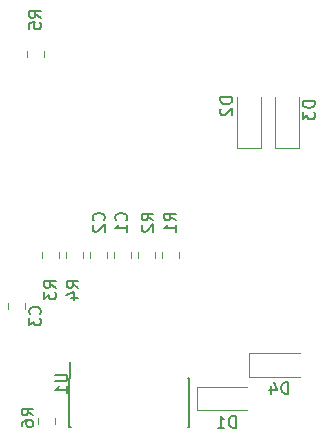
<source format=gbr>
G04 #@! TF.GenerationSoftware,KiCad,Pcbnew,(5.1.8)-1*
G04 #@! TF.CreationDate,2020-11-07T14:42:55+03:00*
G04 #@! TF.ProjectId,valc,76616c63-2e6b-4696-9361-645f70636258,rev?*
G04 #@! TF.SameCoordinates,Original*
G04 #@! TF.FileFunction,Legend,Bot*
G04 #@! TF.FilePolarity,Positive*
%FSLAX46Y46*%
G04 Gerber Fmt 4.6, Leading zero omitted, Abs format (unit mm)*
G04 Created by KiCad (PCBNEW (5.1.8)-1) date 2020-11-07 14:42:55*
%MOMM*%
%LPD*%
G01*
G04 APERTURE LIST*
%ADD10C,0.120000*%
%ADD11C,0.150000*%
G04 APERTURE END LIST*
D10*
X91832500Y-45663752D02*
X91832500Y-45141248D01*
X90412500Y-45663752D02*
X90412500Y-45141248D01*
X99198500Y-62213748D02*
X99198500Y-62736252D01*
X97778500Y-62213748D02*
X97778500Y-62736252D01*
X95746500Y-62213748D02*
X95746500Y-62736252D01*
X97166500Y-62213748D02*
X97166500Y-62736252D01*
X88825000Y-66486248D02*
X88825000Y-67008752D01*
X90245000Y-66486248D02*
X90245000Y-67008752D01*
X109065000Y-75612500D02*
X104765000Y-75612500D01*
X104765000Y-75612500D02*
X104765000Y-73612500D01*
X104765000Y-73612500D02*
X109065000Y-73612500D01*
X108220000Y-53350000D02*
X108220000Y-49050000D01*
X110220000Y-53350000D02*
X108220000Y-53350000D01*
X110220000Y-49050000D02*
X110220000Y-53350000D01*
X113395000Y-49050000D02*
X113395000Y-53350000D01*
X113395000Y-53350000D02*
X111395000Y-53350000D01*
X111395000Y-53350000D02*
X111395000Y-49050000D01*
X109210000Y-70755000D02*
X113510000Y-70755000D01*
X109210000Y-72755000D02*
X109210000Y-70755000D01*
X113510000Y-72755000D02*
X109210000Y-72755000D01*
X101842500Y-62213748D02*
X101842500Y-62736252D01*
X103262500Y-62213748D02*
X103262500Y-62736252D01*
X99810500Y-62736252D02*
X99810500Y-62213748D01*
X101230500Y-62736252D02*
X101230500Y-62213748D01*
X91682500Y-62213748D02*
X91682500Y-62736252D01*
X93102500Y-62213748D02*
X93102500Y-62736252D01*
X93714500Y-62736252D02*
X93714500Y-62213748D01*
X95134500Y-62736252D02*
X95134500Y-62213748D01*
D11*
X93985000Y-72855000D02*
X94010000Y-72855000D01*
X93985000Y-77005000D02*
X94090000Y-77005000D01*
X104135000Y-77005000D02*
X104030000Y-77005000D01*
X104135000Y-72855000D02*
X104030000Y-72855000D01*
X93985000Y-72855000D02*
X93985000Y-77005000D01*
X104135000Y-72855000D02*
X104135000Y-77005000D01*
X94010000Y-72855000D02*
X94010000Y-71480000D01*
D10*
X92785000Y-76778752D02*
X92785000Y-76256248D01*
X91365000Y-76778752D02*
X91365000Y-76256248D01*
D11*
X91574880Y-42378333D02*
X91098690Y-42045000D01*
X91574880Y-41806904D02*
X90574880Y-41806904D01*
X90574880Y-42187857D01*
X90622500Y-42283095D01*
X90670119Y-42330714D01*
X90765357Y-42378333D01*
X90908214Y-42378333D01*
X91003452Y-42330714D01*
X91051071Y-42283095D01*
X91098690Y-42187857D01*
X91098690Y-41806904D01*
X90574880Y-43283095D02*
X90574880Y-42806904D01*
X91051071Y-42759285D01*
X91003452Y-42806904D01*
X90955833Y-42902142D01*
X90955833Y-43140238D01*
X91003452Y-43235476D01*
X91051071Y-43283095D01*
X91146309Y-43330714D01*
X91384404Y-43330714D01*
X91479642Y-43283095D01*
X91527261Y-43235476D01*
X91574880Y-43140238D01*
X91574880Y-42902142D01*
X91527261Y-42806904D01*
X91479642Y-42759285D01*
X98782142Y-59523333D02*
X98829761Y-59475714D01*
X98877380Y-59332857D01*
X98877380Y-59237619D01*
X98829761Y-59094761D01*
X98734523Y-58999523D01*
X98639285Y-58951904D01*
X98448809Y-58904285D01*
X98305952Y-58904285D01*
X98115476Y-58951904D01*
X98020238Y-58999523D01*
X97925000Y-59094761D01*
X97877380Y-59237619D01*
X97877380Y-59332857D01*
X97925000Y-59475714D01*
X97972619Y-59523333D01*
X98877380Y-60475714D02*
X98877380Y-59904285D01*
X98877380Y-60190000D02*
X97877380Y-60190000D01*
X98020238Y-60094761D01*
X98115476Y-59999523D01*
X98163095Y-59904285D01*
X96877142Y-59523333D02*
X96924761Y-59475714D01*
X96972380Y-59332857D01*
X96972380Y-59237619D01*
X96924761Y-59094761D01*
X96829523Y-58999523D01*
X96734285Y-58951904D01*
X96543809Y-58904285D01*
X96400952Y-58904285D01*
X96210476Y-58951904D01*
X96115238Y-58999523D01*
X96020000Y-59094761D01*
X95972380Y-59237619D01*
X95972380Y-59332857D01*
X96020000Y-59475714D01*
X96067619Y-59523333D01*
X96067619Y-59904285D02*
X96020000Y-59951904D01*
X95972380Y-60047142D01*
X95972380Y-60285238D01*
X96020000Y-60380476D01*
X96067619Y-60428095D01*
X96162857Y-60475714D01*
X96258095Y-60475714D01*
X96400952Y-60428095D01*
X96972380Y-59856666D01*
X96972380Y-60475714D01*
X91479642Y-67460833D02*
X91527261Y-67413214D01*
X91574880Y-67270357D01*
X91574880Y-67175119D01*
X91527261Y-67032261D01*
X91432023Y-66937023D01*
X91336785Y-66889404D01*
X91146309Y-66841785D01*
X91003452Y-66841785D01*
X90812976Y-66889404D01*
X90717738Y-66937023D01*
X90622500Y-67032261D01*
X90574880Y-67175119D01*
X90574880Y-67270357D01*
X90622500Y-67413214D01*
X90670119Y-67460833D01*
X90574880Y-67794166D02*
X90574880Y-68413214D01*
X90955833Y-68079880D01*
X90955833Y-68222738D01*
X91003452Y-68317976D01*
X91051071Y-68365595D01*
X91146309Y-68413214D01*
X91384404Y-68413214D01*
X91479642Y-68365595D01*
X91527261Y-68317976D01*
X91574880Y-68222738D01*
X91574880Y-67937023D01*
X91527261Y-67841785D01*
X91479642Y-67794166D01*
X108053095Y-77064880D02*
X108053095Y-76064880D01*
X107815000Y-76064880D01*
X107672142Y-76112500D01*
X107576904Y-76207738D01*
X107529285Y-76302976D01*
X107481666Y-76493452D01*
X107481666Y-76636309D01*
X107529285Y-76826785D01*
X107576904Y-76922023D01*
X107672142Y-77017261D01*
X107815000Y-77064880D01*
X108053095Y-77064880D01*
X106529285Y-77064880D02*
X107100714Y-77064880D01*
X106815000Y-77064880D02*
X106815000Y-76064880D01*
X106910238Y-76207738D01*
X107005476Y-76302976D01*
X107100714Y-76350595D01*
X107767380Y-49109404D02*
X106767380Y-49109404D01*
X106767380Y-49347500D01*
X106815000Y-49490357D01*
X106910238Y-49585595D01*
X107005476Y-49633214D01*
X107195952Y-49680833D01*
X107338809Y-49680833D01*
X107529285Y-49633214D01*
X107624523Y-49585595D01*
X107719761Y-49490357D01*
X107767380Y-49347500D01*
X107767380Y-49109404D01*
X106862619Y-50061785D02*
X106815000Y-50109404D01*
X106767380Y-50204642D01*
X106767380Y-50442738D01*
X106815000Y-50537976D01*
X106862619Y-50585595D01*
X106957857Y-50633214D01*
X107053095Y-50633214D01*
X107195952Y-50585595D01*
X107767380Y-50014166D01*
X107767380Y-50633214D01*
X114752380Y-49426904D02*
X113752380Y-49426904D01*
X113752380Y-49665000D01*
X113800000Y-49807857D01*
X113895238Y-49903095D01*
X113990476Y-49950714D01*
X114180952Y-49998333D01*
X114323809Y-49998333D01*
X114514285Y-49950714D01*
X114609523Y-49903095D01*
X114704761Y-49807857D01*
X114752380Y-49665000D01*
X114752380Y-49426904D01*
X113752380Y-50331666D02*
X113752380Y-50950714D01*
X114133333Y-50617380D01*
X114133333Y-50760238D01*
X114180952Y-50855476D01*
X114228571Y-50903095D01*
X114323809Y-50950714D01*
X114561904Y-50950714D01*
X114657142Y-50903095D01*
X114704761Y-50855476D01*
X114752380Y-50760238D01*
X114752380Y-50474523D01*
X114704761Y-50379285D01*
X114657142Y-50331666D01*
X112498095Y-74207380D02*
X112498095Y-73207380D01*
X112260000Y-73207380D01*
X112117142Y-73255000D01*
X112021904Y-73350238D01*
X111974285Y-73445476D01*
X111926666Y-73635952D01*
X111926666Y-73778809D01*
X111974285Y-73969285D01*
X112021904Y-74064523D01*
X112117142Y-74159761D01*
X112260000Y-74207380D01*
X112498095Y-74207380D01*
X111069523Y-73540714D02*
X111069523Y-74207380D01*
X111307619Y-73159761D02*
X111545714Y-73874047D01*
X110926666Y-73874047D01*
X103004880Y-59523333D02*
X102528690Y-59190000D01*
X103004880Y-58951904D02*
X102004880Y-58951904D01*
X102004880Y-59332857D01*
X102052500Y-59428095D01*
X102100119Y-59475714D01*
X102195357Y-59523333D01*
X102338214Y-59523333D01*
X102433452Y-59475714D01*
X102481071Y-59428095D01*
X102528690Y-59332857D01*
X102528690Y-58951904D01*
X103004880Y-60475714D02*
X103004880Y-59904285D01*
X103004880Y-60190000D02*
X102004880Y-60190000D01*
X102147738Y-60094761D01*
X102242976Y-59999523D01*
X102290595Y-59904285D01*
X101099880Y-59523333D02*
X100623690Y-59190000D01*
X101099880Y-58951904D02*
X100099880Y-58951904D01*
X100099880Y-59332857D01*
X100147500Y-59428095D01*
X100195119Y-59475714D01*
X100290357Y-59523333D01*
X100433214Y-59523333D01*
X100528452Y-59475714D01*
X100576071Y-59428095D01*
X100623690Y-59332857D01*
X100623690Y-58951904D01*
X100195119Y-59904285D02*
X100147500Y-59951904D01*
X100099880Y-60047142D01*
X100099880Y-60285238D01*
X100147500Y-60380476D01*
X100195119Y-60428095D01*
X100290357Y-60475714D01*
X100385595Y-60475714D01*
X100528452Y-60428095D01*
X101099880Y-59856666D01*
X101099880Y-60475714D01*
X92844880Y-65238333D02*
X92368690Y-64905000D01*
X92844880Y-64666904D02*
X91844880Y-64666904D01*
X91844880Y-65047857D01*
X91892500Y-65143095D01*
X91940119Y-65190714D01*
X92035357Y-65238333D01*
X92178214Y-65238333D01*
X92273452Y-65190714D01*
X92321071Y-65143095D01*
X92368690Y-65047857D01*
X92368690Y-64666904D01*
X91844880Y-65571666D02*
X91844880Y-66190714D01*
X92225833Y-65857380D01*
X92225833Y-66000238D01*
X92273452Y-66095476D01*
X92321071Y-66143095D01*
X92416309Y-66190714D01*
X92654404Y-66190714D01*
X92749642Y-66143095D01*
X92797261Y-66095476D01*
X92844880Y-66000238D01*
X92844880Y-65714523D01*
X92797261Y-65619285D01*
X92749642Y-65571666D01*
X94749880Y-65238333D02*
X94273690Y-64905000D01*
X94749880Y-64666904D02*
X93749880Y-64666904D01*
X93749880Y-65047857D01*
X93797500Y-65143095D01*
X93845119Y-65190714D01*
X93940357Y-65238333D01*
X94083214Y-65238333D01*
X94178452Y-65190714D01*
X94226071Y-65143095D01*
X94273690Y-65047857D01*
X94273690Y-64666904D01*
X94083214Y-66095476D02*
X94749880Y-66095476D01*
X93702261Y-65857380D02*
X94416547Y-65619285D01*
X94416547Y-66238333D01*
X92797380Y-72580595D02*
X93606904Y-72580595D01*
X93702142Y-72628214D01*
X93749761Y-72675833D01*
X93797380Y-72771071D01*
X93797380Y-72961547D01*
X93749761Y-73056785D01*
X93702142Y-73104404D01*
X93606904Y-73152023D01*
X92797380Y-73152023D01*
X93797380Y-74152023D02*
X93797380Y-73580595D01*
X93797380Y-73866309D02*
X92797380Y-73866309D01*
X92940238Y-73771071D01*
X93035476Y-73675833D01*
X93083095Y-73580595D01*
X90939880Y-76033333D02*
X90463690Y-75700000D01*
X90939880Y-75461904D02*
X89939880Y-75461904D01*
X89939880Y-75842857D01*
X89987500Y-75938095D01*
X90035119Y-75985714D01*
X90130357Y-76033333D01*
X90273214Y-76033333D01*
X90368452Y-75985714D01*
X90416071Y-75938095D01*
X90463690Y-75842857D01*
X90463690Y-75461904D01*
X89939880Y-76890476D02*
X89939880Y-76700000D01*
X89987500Y-76604761D01*
X90035119Y-76557142D01*
X90177976Y-76461904D01*
X90368452Y-76414285D01*
X90749404Y-76414285D01*
X90844642Y-76461904D01*
X90892261Y-76509523D01*
X90939880Y-76604761D01*
X90939880Y-76795238D01*
X90892261Y-76890476D01*
X90844642Y-76938095D01*
X90749404Y-76985714D01*
X90511309Y-76985714D01*
X90416071Y-76938095D01*
X90368452Y-76890476D01*
X90320833Y-76795238D01*
X90320833Y-76604761D01*
X90368452Y-76509523D01*
X90416071Y-76461904D01*
X90511309Y-76414285D01*
M02*

</source>
